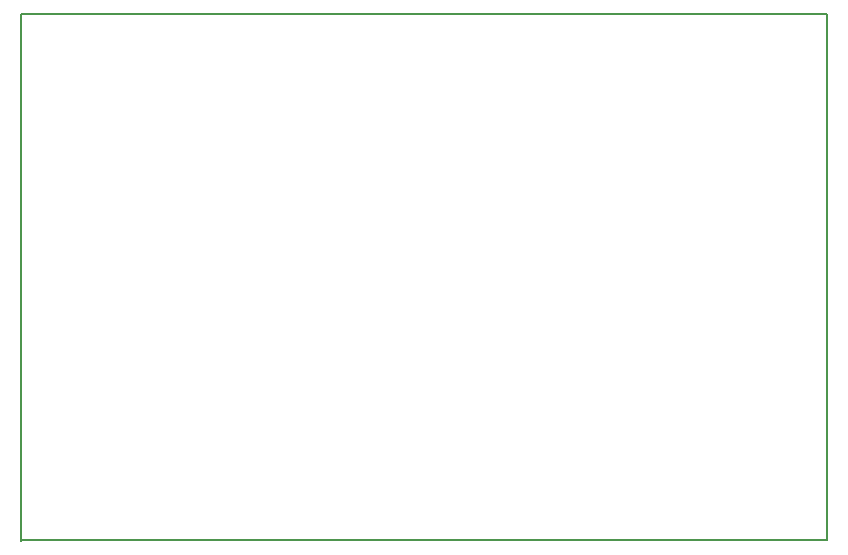
<source format=gbr>
G04 #@! TF.GenerationSoftware,KiCad,Pcbnew,(5.0.1)-rc2*
G04 #@! TF.CreationDate,2019-01-30T13:00:55-05:00*
G04 #@! TF.ProjectId,power_board,706F7765725F626F6172642E6B696361,rev?*
G04 #@! TF.SameCoordinates,Original*
G04 #@! TF.FileFunction,Profile,NP*
%FSLAX46Y46*%
G04 Gerber Fmt 4.6, Leading zero omitted, Abs format (unit mm)*
G04 Created by KiCad (PCBNEW (5.0.1)-rc2) date 1/30/2019 1:00:55 PM*
%MOMM*%
%LPD*%
G01*
G04 APERTURE LIST*
%ADD10C,0.200000*%
G04 APERTURE END LIST*
D10*
X220014800Y-33985200D02*
X220014800Y-78536800D01*
X151790400Y-33985200D02*
X220014800Y-33985200D01*
X151790400Y-78587600D02*
X151790400Y-33985200D01*
X151790400Y-78536800D02*
X219938600Y-78536800D01*
M02*

</source>
